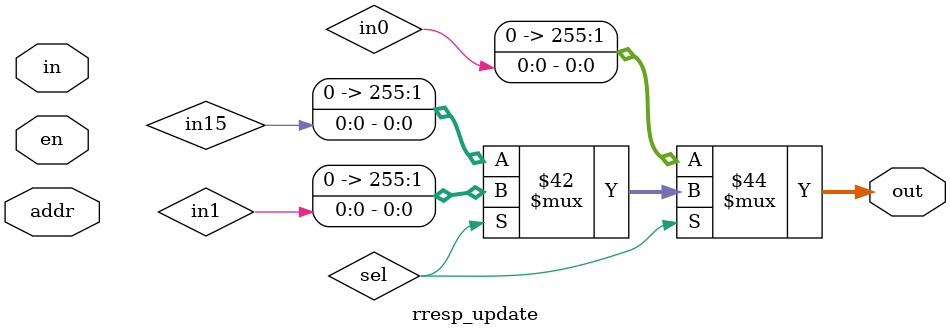
<source format=v>
module rresp_update (
    in,
    addr,
    en,
    out
);

    input [255:0] in;
    input [7:0] addr;
    input en;
    output [255:0] out;

    assign out = (sel == 4'd0)  ? in0  :
                 (sel == 4'd1)  ? in1  :
                 (sel == 4'd2)  ? in2  :
                 (sel == 4'd3)  ? in3  :
                 (sel == 4'd4)  ? in4  :
                 (sel == 4'd5)  ? in5  :
                 (sel == 4'd6)  ? in6  :
                 (sel == 4'd7)  ? in7  :
                 (sel == 4'd8)  ? in8  :
                 (sel == 4'd9)  ? in9  :
                 (sel == 4'd10) ? in10 :
                 (sel == 4'd11) ? in11 :
                 (sel == 4'd12) ? in12 :
                 (sel == 4'd13) ? in13 :
                 (sel == 4'd14) ? in14 :
                                 in15;

    
endmodule
</source>
